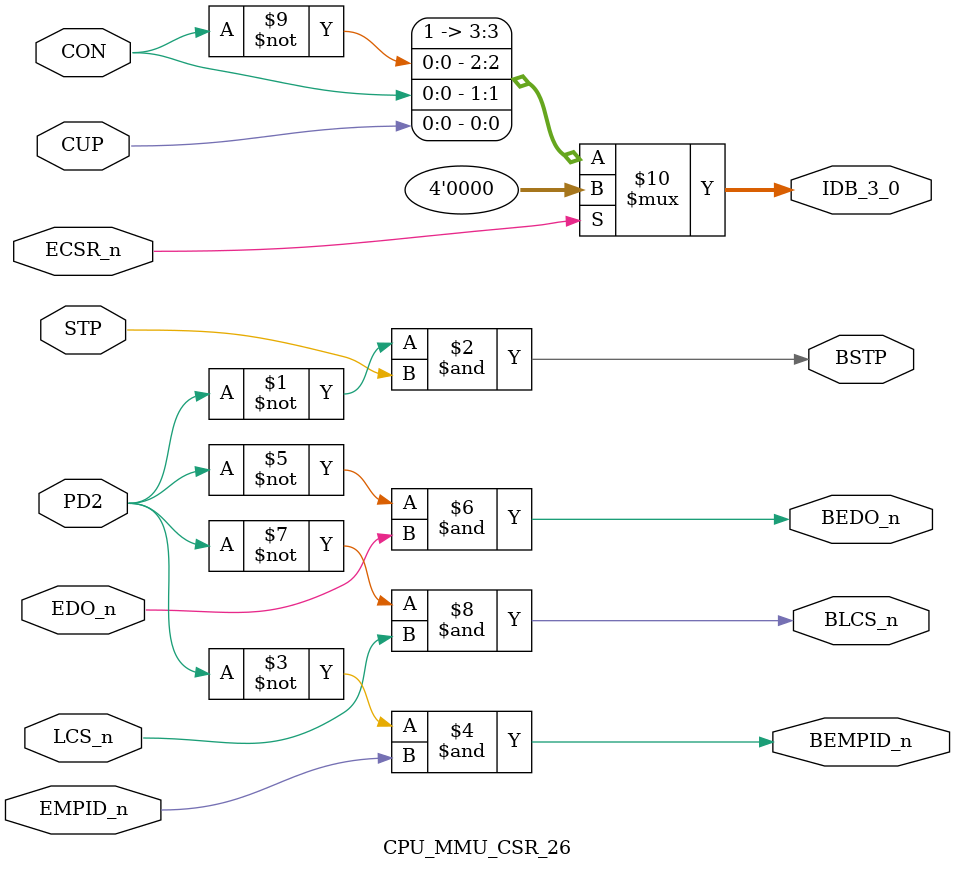
<source format=v>
module CPU_MMU_CSR_26(	// file.cleaned.mlir:2:3
  input        STP,	// file.cleaned.mlir:2:32
               EMPID_n,	// file.cleaned.mlir:2:46
               EDO_n,	// file.cleaned.mlir:2:64
               LCS_n,	// file.cleaned.mlir:2:80
               PD2,	// file.cleaned.mlir:2:96
               CUP,	// file.cleaned.mlir:2:110
               CON,	// file.cleaned.mlir:2:124
               ECSR_n,	// file.cleaned.mlir:2:138
  output       BSTP,	// file.cleaned.mlir:2:156
               BEMPID_n,	// file.cleaned.mlir:2:171
               BEDO_n,	// file.cleaned.mlir:2:190
               BLCS_n,	// file.cleaned.mlir:2:207
  output [3:0] IDB_3_0	// file.cleaned.mlir:2:224
);

  assign BSTP = ~PD2 & STP;	// file.cleaned.mlir:5:10, :6:10, :16:5
  assign BEMPID_n = ~PD2 & EMPID_n;	// file.cleaned.mlir:5:10, :8:10, :16:5
  assign BEDO_n = ~PD2 & EDO_n;	// file.cleaned.mlir:5:10, :10:10, :16:5
  assign BLCS_n = ~PD2 & LCS_n;	// file.cleaned.mlir:5:10, :12:10, :16:5
  assign IDB_3_0 = ECSR_n ? 4'h0 : {1'h1, ~CON, CON, CUP};	// file.cleaned.mlir:3:14, :4:13, :13:10, :14:10, :15:11, :16:5
endmodule


</source>
